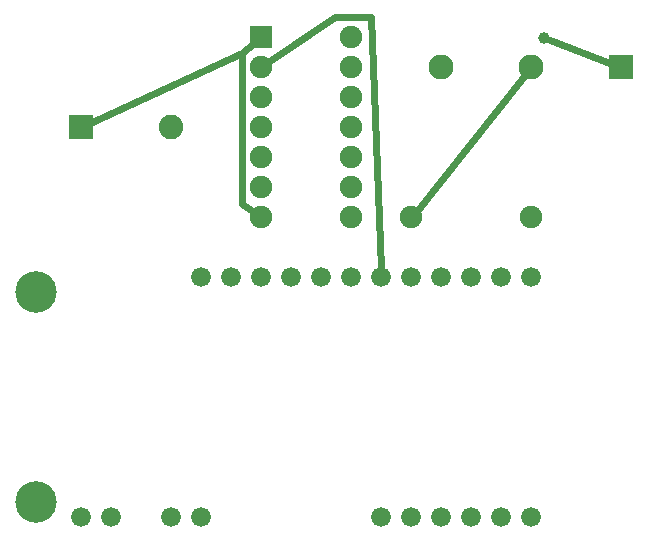
<source format=gbl>
G04 MADE WITH FRITZING*
G04 WWW.FRITZING.ORG*
G04 DOUBLE SIDED*
G04 HOLES PLATED*
G04 CONTOUR ON CENTER OF CONTOUR VECTOR*
%ASAXBY*%
%FSLAX23Y23*%
%MOIN*%
%OFA0B0*%
%SFA1.0B1.0*%
%ADD10C,0.138425*%
%ADD11C,0.066000*%
%ADD12C,0.075000*%
%ADD13C,0.082000*%
%ADD14C,0.083307*%
%ADD15C,0.039370*%
%ADD16R,0.082000X0.082000*%
%ADD17R,0.075000X0.075000*%
%ADD18R,0.083307X0.083307*%
%ADD19C,0.024000*%
%LNCOPPER0*%
G90*
G70*
G54D10*
X95Y135D03*
G54D11*
X1745Y85D03*
X1645Y85D03*
X1545Y85D03*
X1445Y85D03*
X1345Y85D03*
X1245Y85D03*
G54D10*
X95Y835D03*
G54D11*
X645Y85D03*
X545Y85D03*
X345Y85D03*
X245Y85D03*
X645Y885D03*
X745Y885D03*
X845Y885D03*
X945Y885D03*
X1045Y885D03*
X1145Y885D03*
X1245Y885D03*
X1345Y885D03*
X1445Y885D03*
X1545Y885D03*
X1645Y885D03*
X1745Y885D03*
G54D12*
X1745Y1085D03*
X1345Y1085D03*
G54D13*
X245Y1385D03*
X545Y1385D03*
G54D12*
X845Y1685D03*
X1145Y1685D03*
X845Y1585D03*
X1145Y1585D03*
X845Y1485D03*
X1145Y1485D03*
X845Y1385D03*
X1145Y1385D03*
X845Y1285D03*
X1145Y1285D03*
X845Y1185D03*
X1145Y1185D03*
X845Y1085D03*
X1145Y1085D03*
G54D14*
X2045Y1585D03*
X1745Y1585D03*
X1445Y1585D03*
G54D15*
X1788Y1682D03*
G54D16*
X245Y1385D03*
G54D17*
X845Y1685D03*
G54D18*
X2045Y1585D03*
G54D19*
X1724Y1559D02*
X1363Y1107D01*
D02*
X868Y1601D02*
X1092Y1754D01*
X1092Y1754D02*
X1212Y1754D01*
X1212Y1754D02*
X1244Y916D01*
D02*
X2014Y1596D02*
X1806Y1676D01*
D02*
X822Y1667D02*
X780Y1634D01*
X780Y1634D02*
X780Y1130D01*
X780Y1130D02*
X821Y1101D01*
D02*
X274Y1398D02*
X780Y1634D01*
G04 End of Copper0*
M02*
</source>
